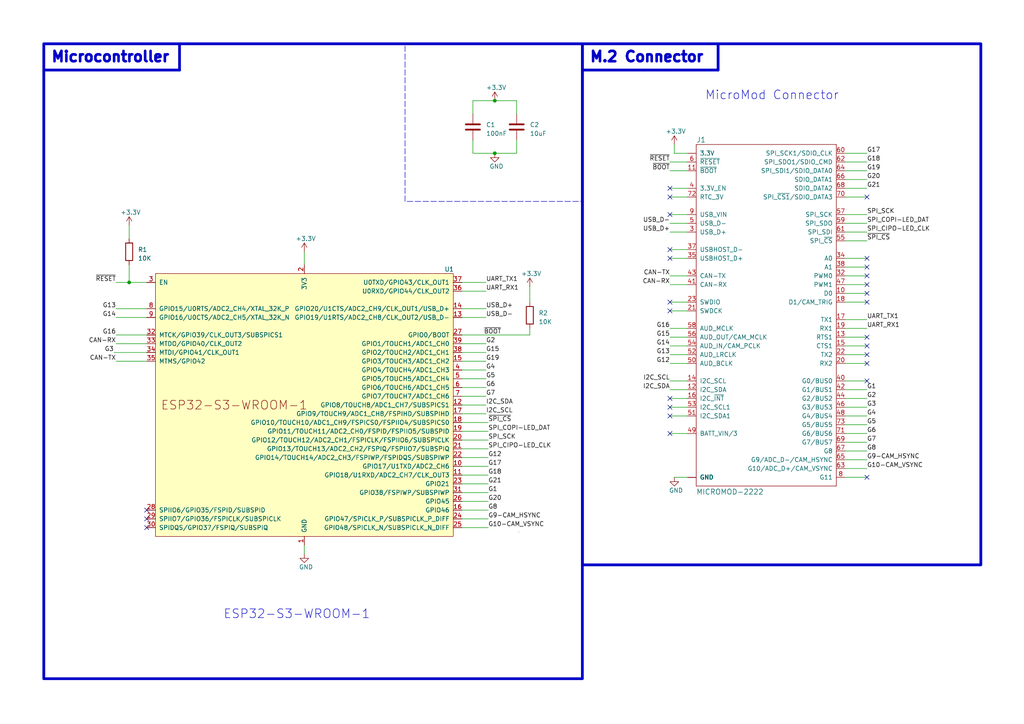
<source format=kicad_sch>
(kicad_sch (version 20230121) (generator eeschema)
  (paper "A4")
  (lib_symbols
    (symbol "Device:C" (pin_numbers hide) (pin_names (offset 0.254))
      (property "Reference" "C" (at 0.635 2.54 0))
      (property "Value" "C" (at 0.635 -2.54 0))
      (symbol "C_0_1"
        (polyline (pts (xy -2.032 -0.762) (xy 2.032 -0.762)) (stroke (width 0.508)))
        (polyline (pts (xy -2.032 0.762) (xy 2.032 0.762)) (stroke (width 0.508)))
      )
      (symbol "C_1_1"
        (pin passive line (at 0 3.81 270) (length 2.794) (name "~") (number "1"))
        (pin passive line (at 0 -3.81 90) (length 2.794) (name "~") (number "2"))
      )
    )
    (symbol "Device:R" (pin_numbers hide) (pin_names (offset 0))
      (property "Reference" "R" (at 2.032 0 90))
      (property "Value" "R" (at 0 0 90))
      (symbol "R_0_1"
        (rectangle (start -1.016 -2.54) (end 1.016 2.54) (stroke (width 0.254)))
      )
      (symbol "R_1_1"
        (pin passive line (at 0 3.81 270) (length 1.27) (name "~") (number "1"))
        (pin passive line (at 0 -3.81 90) (length 1.27) (name "~") (number "2"))
      )
    )
    (symbol "MicroMod_Processor_Board_(2):MICROMOD-2222" (pin_names (offset 1.016))
      (property "Reference" "J" (at -20.32 53.848 0))
      (property "Value" "MICROMOD-2222" (at -20.32 -48.26 0))
      (symbol "MICROMOD-2222_1_0"
        (polyline (pts (xy -20.32 -45.72) (xy -20.32 53.34)))
        (polyline (pts (xy -20.32 53.34) (xy 20.32 53.34)))
        (polyline (pts (xy 20.32 -45.72) (xy -20.32 -45.72)))
        (polyline (pts (xy 20.32 53.34) (xy 20.32 -45.72)))
        (pin bidirectional line (at -22.86 -43.18 0) (length 2.54) (name "GND") (number "1"))
        (pin bidirectional line (at 22.86 10.16 180) (length 2.54) (name "D0") (number "10"))
        (pin bidirectional line (at -22.86 45.72 0) (length 2.54) (name "~{BOOT}") (number "11"))
        (pin bidirectional line (at -22.86 -17.78 0) (length 2.54) (name "I2C_SDA") (number "12"))
        (pin bidirectional line (at 22.86 -2.54 180) (length 2.54) (name "RTS1") (number "13"))
        (pin bidirectional line (at -22.86 -15.24 0) (length 2.54) (name "I2C_SCL") (number "14"))
        (pin bidirectional line (at 22.86 -5.08 180) (length 2.54) (name "CTS1") (number "15"))
        (pin bidirectional line (at -22.86 -20.32 0) (length 2.54) (name "I2C_~{INT}") (number "16"))
        (pin bidirectional line (at 22.86 2.54 180) (length 2.54) (name "TX1") (number "17"))
        (pin bidirectional line (at 22.86 7.62 180) (length 2.54) (name "D1/CAM_TRIG") (number "18"))
        (pin bidirectional line (at 22.86 0 180) (length 2.54) (name "RX1") (number "19"))
        (pin bidirectional line (at -22.86 50.8 0) (length 2.54) (name "3.3V") (number "2"))
        (pin bidirectional line (at 22.86 -10.16 180) (length 2.54) (name "RX2") (number "20"))
        (pin bidirectional line (at -22.86 5.08 0) (length 2.54) (name "SWDCK") (number "21"))
        (pin bidirectional line (at 22.86 -7.62 180) (length 2.54) (name "TX2") (number "22"))
        (pin bidirectional line (at -22.86 7.62 0) (length 2.54) (name "SWDIO") (number "23"))
        (pin bidirectional line (at -22.86 27.94 0) (length 2.54) (name "USB_D+") (number "3"))
        (pin bidirectional line (at 22.86 15.24 180) (length 2.54) (name "PWM0") (number "32"))
        (pin bidirectional line (at -22.86 -43.18 0) (length 2.54) (name "GND") (number "33"))
        (pin bidirectional line (at 22.86 20.32 180) (length 2.54) (name "A0") (number "34"))
        (pin bidirectional line (at -22.86 20.32 0) (length 2.54) (name "USBHOST_D+") (number "35"))
        (pin bidirectional line (at -22.86 -43.18 0) (length 2.54) (name "GND") (number "36"))
        (pin bidirectional line (at -22.86 22.86 0) (length 2.54) (name "USBHOST_D-") (number "37"))
        (pin bidirectional line (at 22.86 17.78 180) (length 2.54) (name "A1") (number "38"))
        (pin bidirectional line (at -22.86 -43.18 0) (length 2.54) (name "GND") (number "39"))
        (pin bidirectional line (at -22.86 40.64 0) (length 2.54) (name "3.3V_EN") (number "4"))
        (pin bidirectional line (at 22.86 -15.24 180) (length 2.54) (name "G0/BUS0") (number "40"))
        (pin bidirectional line (at -22.86 12.7 0) (length 2.54) (name "CAN-RX") (number "41"))
        (pin bidirectional line (at 22.86 -17.78 180) (length 2.54) (name "G1/BUS1") (number "42"))
        (pin bidirectional line (at -22.86 15.24 0) (length 2.54) (name "CAN-TX") (number "43"))
        (pin bidirectional line (at 22.86 -20.32 180) (length 2.54) (name "G2/BUS2") (number "44"))
        (pin bidirectional line (at -22.86 -43.18 0) (length 2.54) (name "GND") (number "45"))
        (pin bidirectional line (at 22.86 -22.86 180) (length 2.54) (name "G3/BUS3") (number "46"))
        (pin bidirectional line (at 22.86 12.7 180) (length 2.54) (name "PWM1") (number "47"))
        (pin bidirectional line (at 22.86 -25.4 180) (length 2.54) (name "G4/BUS4") (number "48"))
        (pin bidirectional line (at -22.86 -30.48 0) (length 2.54) (name "BATT_VIN/3") (number "49"))
        (pin bidirectional line (at -22.86 30.48 0) (length 2.54) (name "USB_D-") (number "5"))
        (pin bidirectional line (at -22.86 -10.16 0) (length 2.54) (name "AUD_BCLK") (number "50"))
        (pin bidirectional line (at -22.86 -25.4 0) (length 2.54) (name "I2C_SDA1") (number "51"))
        (pin bidirectional line (at -22.86 -7.62 0) (length 2.54) (name "AUD_LRCLK") (number "52"))
        (pin bidirectional line (at -22.86 -22.86 0) (length 2.54) (name "I2C_SCL1") (number "53"))
        (pin bidirectional line (at -22.86 -5.08 0) (length 2.54) (name "AUD_IN/CAM_PCLK") (number "54"))
        (pin bidirectional line (at 22.86 25.4 180) (length 2.54) (name "SPI_~{CS}") (number "55"))
        (pin bidirectional line (at -22.86 -2.54 0) (length 2.54) (name "AUD_OUT/CAM_MCLK") (number "56"))
        (pin bidirectional line (at 22.86 33.02 180) (length 2.54) (name "SPI_SCK") (number "57"))
        (pin bidirectional line (at -22.86 0 0) (length 2.54) (name "AUD_MCLK") (number "58"))
        (pin bidirectional line (at 22.86 30.48 180) (length 2.54) (name "SPI_SDO") (number "59"))
        (pin bidirectional line (at -22.86 48.26 0) (length 2.54) (name "~{RESET}") (number "6"))
        (pin bidirectional line (at 22.86 50.8 180) (length 2.54) (name "SPI_SCK1/SDIO_CLK") (number "60"))
        (pin bidirectional line (at 22.86 27.94 180) (length 2.54) (name "SPI_SDI") (number "61"))
        (pin bidirectional line (at 22.86 48.26 180) (length 2.54) (name "SPI_SDO1/SDIO_CMD") (number "62"))
        (pin bidirectional line (at 22.86 -40.64 180) (length 2.54) (name "G10/ADC_D+/CAM_VSYNC") (number "63"))
        (pin bidirectional line (at 22.86 45.72 180) (length 2.54) (name "SPI_SDI1/SDIO_DATA0") (number "64"))
        (pin bidirectional line (at 22.86 -38.1 180) (length 2.54) (name "G9/ADC_D-/CAM_HSYNC") (number "65"))
        (pin bidirectional line (at 22.86 43.18 180) (length 2.54) (name "SDIO_DATA1") (number "66"))
        (pin bidirectional line (at 22.86 -35.56 180) (length 2.54) (name "G8") (number "67"))
        (pin bidirectional line (at 22.86 40.64 180) (length 2.54) (name "SDIO_DATA2") (number "68"))
        (pin bidirectional line (at 22.86 -33.02 180) (length 2.54) (name "G7/BUS7") (number "69"))
        (pin bidirectional line (at -22.86 -43.18 0) (length 2.54) (name "GND") (number "7"))
        (pin bidirectional line (at 22.86 38.1 180) (length 2.54) (name "SPI_~{CS1}/SDIO_DATA3") (number "70"))
        (pin bidirectional line (at 22.86 -30.48 180) (length 2.54) (name "G6/BUS6") (number "71"))
        (pin bidirectional line (at -22.86 38.1 0) (length 2.54) (name "RTC_3V") (number "72"))
        (pin bidirectional line (at 22.86 -27.94 180) (length 2.54) (name "G5/BUS5") (number "73"))
        (pin bidirectional line (at -22.86 50.8 0) (length 2.54) (name "3.3V") (number "74"))
        (pin bidirectional line (at -22.86 -43.18 0) (length 2.54) (name "GND") (number "75"))
        (pin bidirectional line (at 22.86 -43.18 180) (length 2.54) (name "G11") (number "8"))
        (pin bidirectional line (at -22.86 33.02 0) (length 2.54) (name "USB_VIN") (number "9"))
        (pin bidirectional line (at -22.86 -43.18 0) (length 2.54) (name "GND") (number "GND1"))
        (pin bidirectional line (at -22.86 -43.18 0) (length 2.54) (name "GND") (number "GND2"))
        (pin bidirectional line (at -22.86 -43.18 0) (length 2.54) (name "GND") (number "GND3"))
      )
    )
    (symbol "PCM_Espressif:ESP32-S3-WROOM-1" (pin_names (offset 1.016))
      (property "Reference" "U" (at -43.18 43.18 0))
      (property "Value" "ESP32-S3-WROOM-1" (at -43.18 40.64 0))
      (symbol "ESP32-S3-WROOM-1_0_0"
        (text "ESP32-S3-WROOM-1" (at -20.32 0 0) (effects (font (size 2.54 2.54))))
        (pin power_in line (at 0 -40.64 90) (length 2.54) (name "GND") (number "1"))
        (pin bidirectional line (at 45.72 -17.78 180) (length 2.54) (name "GPIO17/U1TXD/ADC2_CH6") (number "10"))
        (pin bidirectional line (at 45.72 -20.32 180) (length 2.54) (name "GPIO18/U1RXD/ADC2_CH7/CLK_OUT3") (number "11"))
        (pin bidirectional line (at 45.72 0 180) (length 2.54) (name "GPIO8/TOUCH8/ADC1_CH7/SUBSPICS1") (number "12"))
        (pin bidirectional line (at 45.72 25.4 180) (length 2.54) (name "GPIO19/U1RTS/ADC2_CH8/CLK_OUT2/USB_D-") (number "13"))
        (pin bidirectional line (at 45.72 27.94 180) (length 2.54) (name "GPIO20/U1CTS/ADC2_CH9/CLK_OUT1/USB_D+") (number "14"))
        (pin bidirectional line (at 45.72 12.7 180) (length 2.54) (name "GPIO3/TOUCH3/ADC1_CH2") (number "15"))
        (pin bidirectional line (at 45.72 -30.48 180) (length 2.54) (name "GPIO46") (number "16"))
        (pin bidirectional line (at 45.72 -2.54 180) (length 2.54) (name "GPIO9/TOUCH9/ADC1_CH8/FSPIHD/SUBSPIHD") (number "17"))
        (pin bidirectional line (at 45.72 -5.08 180) (length 2.54) (name "GPIO10/TOUCH10/ADC1_CH9/FSPICS0/FSPIIO4/SUBSPICS0") (number "18"))
        (pin bidirectional line (at 45.72 -7.62 180) (length 2.54) (name "GPIO11/TOUCH11/ADC2_CH0/FSPID/FSPIIO5/SUBSPID") (number "19"))
        (pin power_in line (at 0 40.64 270) (length 2.54) (name "3V3") (number "2"))
        (pin bidirectional line (at 45.72 -10.16 180) (length 2.54) (name "GPIO12/TOUCH12/ADC2_CH1/FSPICLK/FSPIIO6/SUBSPICLK") (number "20"))
        (pin bidirectional line (at 45.72 -12.7 180) (length 2.54) (name "GPIO13/TOUCH13/ADC2_CH2/FSPIQ/FSPIIO7/SUBSPIQ") (number "21"))
        (pin bidirectional line (at 45.72 -15.24 180) (length 2.54) (name "GPIO14/TOUCH14/ADC2_CH3/FSPIWP/FSPIDQS/SUBSPIWP") (number "22"))
        (pin bidirectional line (at 45.72 -22.86 180) (length 2.54) (name "GPIO21") (number "23"))
        (pin bidirectional line (at 45.72 -33.02 180) (length 2.54) (name "GPIO47/SPICLK_P/SUBSPICLK_P_DIFF") (number "24"))
        (pin bidirectional line (at 45.72 -35.56 180) (length 2.54) (name "GPIO48/SPICLK_N/SUBSPICLK_N_DIFF") (number "25"))
        (pin bidirectional line (at 45.72 -27.94 180) (length 2.54) (name "GPIO45") (number "26"))
        (pin bidirectional line (at 45.72 20.32 180) (length 2.54) (name "GPIO0/BOOT") (number "27"))
        (pin bidirectional line (at -45.72 -30.48 0) (length 2.54) (name "SPIIO6/GPIO35/FSPID/SUBSPID") (number "28"))
        (pin bidirectional line (at -45.72 -33.02 0) (length 2.54) (name "SPIIO7/GPIO36/FSPICLK/SUBSPICLK") (number "29"))
        (pin input line (at -45.72 35.56 0) (length 2.54) (name "EN") (number "3"))
        (pin bidirectional line (at -45.72 -35.56 0) (length 2.54) (name "SPIDQS/GPIO37/FSPIQ/SUBSPIQ") (number "30"))
        (pin bidirectional line (at 45.72 -25.4 180) (length 2.54) (name "GPIO38/FSPIWP/SUBSPIWP") (number "31"))
        (pin bidirectional line (at -45.72 20.32 0) (length 2.54) (name "MTCK/GPIO39/CLK_OUT3/SUBSPICS1") (number "32"))
        (pin bidirectional line (at -45.72 17.78 0) (length 2.54) (name "MTDO/GPIO40/CLK_OUT2") (number "33"))
        (pin bidirectional line (at -45.72 15.24 0) (length 2.54) (name "MTDI/GPIO41/CLK_OUT1") (number "34"))
        (pin bidirectional line (at -45.72 12.7 0) (length 2.54) (name "MTMS/GPIO42") (number "35"))
        (pin bidirectional line (at 45.72 33.02 180) (length 2.54) (name "U0RXD/GPIO44/CLK_OUT2") (number "36"))
        (pin bidirectional line (at 45.72 35.56 180) (length 2.54) (name "U0TXD/GPIO43/CLK_OUT1") (number "37"))
        (pin bidirectional line (at 45.72 15.24 180) (length 2.54) (name "GPIO2/TOUCH2/ADC1_CH1") (number "38"))
        (pin bidirectional line (at 45.72 17.78 180) (length 2.54) (name "GPIO1/TOUCH1/ADC1_CH0") (number "39"))
        (pin bidirectional line (at 45.72 10.16 180) (length 2.54) (name "GPIO4/TOUCH4/ADC1_CH3") (number "4"))
        (pin passive line (at 0 -40.64 90) (length 2.54) hide (name "GND") (number "40"))
        (pin passive line (at 0 -40.64 90) (length 2.54) hide (name "GND") (number "41"))
        (pin bidirectional line (at 45.72 7.62 180) (length 2.54) (name "GPIO5/TOUCH5/ADC1_CH4") (number "5"))
        (pin bidirectional line (at 45.72 5.08 180) (length 2.54) (name "GPIO6/TOUCH6/ADC1_CH5") (number "6"))
        (pin bidirectional line (at 45.72 2.54 180) (length 2.54) (name "GPIO7/TOUCH7/ADC1_CH6") (number "7"))
        (pin bidirectional line (at -45.72 27.94 0) (length 2.54) (name "GPIO15/U0RTS/ADC2_CH4/XTAL_32K_P") (number "8"))
        (pin bidirectional line (at -45.72 25.4 0) (length 2.54) (name "GPIO16/U0CTS/ADC2_CH5/XTAL_32K_N") (number "9"))
      )
      (symbol "ESP32-S3-WROOM-1_0_1"
        (rectangle (start -43.18 38.1) (end 43.18 -38.1) (fill (type background)))
      )
    )
    (symbol "power:+3.3V" (power) (pin_names (offset 0))
      (property "Value" "+3.3V" (at 0 3.556 0))
      (symbol "+3.3V_0_1"
        (polyline (pts (xy -0.762 1.27) (xy 0 2.54)))
        (polyline (pts (xy 0 0) (xy 0 2.54)))
        (polyline (pts (xy 0 2.54) (xy 0.762 1.27)))
      )
      (symbol "+3.3V_1_1"
        (pin power_in line (at 0 0 90) (length 0) hide (name "+3.3V") (number "1"))
      )
    )
    (symbol "power:GND" (power) (pin_names (offset 0))
      (property "Value" "GND" (at 0 -3.81 0))
      (symbol "GND_0_1"
        (polyline (pts (xy 0 0) (xy 0 -1.27) (xy 1.27 -1.27) (xy 0 -2.54) (xy -1.27 -1.27) (xy 0 -1.27)))
      )
      (symbol "GND_1_1"
        (pin power_in line (at 0 0 270) (length 0) hide (name "GND") (number "1"))
      )
    )
  )
  (junction (at 143.51 29.21))
  (junction (at 143.51 44.45))
  (junction (at 37.465 81.915))
  (no_connect (at 251.46 85.09))
  (no_connect (at 251.46 77.47))
  (no_connect (at 251.46 97.79))
  (no_connect (at 194.31 118.11))
  (no_connect (at 194.31 57.15))
  (no_connect (at 194.31 72.39))
  (no_connect (at 194.31 87.63))
  (no_connect (at 194.31 54.61))
  (no_connect (at 42.545 147.955))
  (no_connect (at 194.31 115.57))
  (no_connect (at 194.31 62.23))
  (no_connect (at 42.545 153.035))
  (no_connect (at 251.46 138.43))
  (no_connect (at 251.46 80.01))
  (no_connect (at 251.46 110.49))
  (no_connect (at 251.46 87.63))
  (no_connect (at 251.46 105.41))
  (no_connect (at 251.46 102.87))
  (no_connect (at 194.31 120.65))
  (no_connect (at 194.31 90.17))
  (no_connect (at 194.31 74.93))
  (no_connect (at 42.545 150.495))
  (no_connect (at 251.46 57.15))
  (no_connect (at 251.46 74.93))
  (no_connect (at 251.46 100.33))
  (no_connect (at 194.31 125.73))
  (no_connect (at 251.46 82.55))
  (wire (pts (xy 251.46 57.15) (xy 245.11 57.15)))
  (wire (pts (xy 251.46 97.79) (xy 245.11 97.79)))
  (wire (pts (xy 194.31 105.41) (xy 199.39 105.41)))
  (wire (pts (xy 195.58 44.45) (xy 199.39 44.45)))
  (wire (pts (xy 133.985 81.915) (xy 140.97 81.915)))
  (wire (pts (xy 133.985 122.555) (xy 141.605 122.555)))
  (wire (pts (xy 149.86 33.02) (xy 149.86 29.21)))
  (wire (pts (xy 133.985 102.235) (xy 140.97 102.235)))
  (wire (pts (xy 251.46 115.57) (xy 245.11 115.57)))
  (wire (pts (xy 251.46 52.07) (xy 245.11 52.07)))
  (wire (pts (xy 194.31 72.39) (xy 199.39 72.39)))
  (wire (pts (xy 251.46 123.19) (xy 245.11 123.19)))
  (wire (pts (xy 33.655 92.075) (xy 42.545 92.075)))
  (wire (pts (xy 194.31 125.73) (xy 199.39 125.73)))
  (wire (pts (xy 37.465 76.835) (xy 37.465 81.915)))
  (wire (pts (xy 133.985 104.775) (xy 140.97 104.775)))
  (wire (pts (xy 33.02 102.235) (xy 42.545 102.235)))
  (wire (pts (xy 149.86 40.64) (xy 149.86 44.45)))
  (polyline (pts (xy 168.91 20.32) (xy 208.28 20.32)) (stroke (width 0.8) (type solid)))
  (wire (pts (xy 251.46 46.99) (xy 245.11 46.99)))
  (wire (pts (xy 194.31 74.93) (xy 199.39 74.93)))
  (wire (pts (xy 133.985 109.855) (xy 140.97 109.855)))
  (wire (pts (xy 251.46 113.03) (xy 245.11 113.03)))
  (wire (pts (xy 88.265 158.115) (xy 88.265 160.655)))
  (wire (pts (xy 37.465 65.405) (xy 37.465 69.215)))
  (wire (pts (xy 194.31 82.55) (xy 199.39 82.55)))
  (wire (pts (xy 251.46 54.61) (xy 245.11 54.61)))
  (wire (pts (xy 194.31 90.17) (xy 199.39 90.17)))
  (wire (pts (xy 251.46 49.53) (xy 245.11 49.53)))
  (wire (pts (xy 194.31 102.87) (xy 199.39 102.87)))
  (wire (pts (xy 133.985 112.395) (xy 140.97 112.395)))
  (wire (pts (xy 251.46 87.63) (xy 245.11 87.63)))
  (wire (pts (xy 194.31 113.03) (xy 199.39 113.03)))
  (wire (pts (xy 251.46 69.85) (xy 245.11 69.85)))
  (wire (pts (xy 33.655 104.775) (xy 42.545 104.775)))
  (wire (pts (xy 251.46 82.55) (xy 245.11 82.55)))
  (wire (pts (xy 251.46 44.45) (xy 245.11 44.45)))
  (wire (pts (xy 149.86 29.21) (xy 143.51 29.21)))
  (wire (pts (xy 195.58 41.91) (xy 195.58 44.45)))
  (wire (pts (xy 149.86 44.45) (xy 143.51 44.45)))
  (wire (pts (xy 251.46 105.41) (xy 245.11 105.41)))
  (wire (pts (xy 251.46 130.81) (xy 245.11 130.81)))
  (wire (pts (xy 88.265 73.025) (xy 88.265 76.835)))
  (wire (pts (xy 194.31 62.23) (xy 199.39 62.23)))
  (wire (pts (xy 133.985 147.955) (xy 141.605 147.955)))
  (wire (pts (xy 194.31 67.31) (xy 199.39 67.31)))
  (wire (pts (xy 194.31 87.63) (xy 199.39 87.63)))
  (wire (pts (xy 137.16 40.64) (xy 137.16 44.45)))
  (wire (pts (xy 133.985 114.935) (xy 140.97 114.935)))
  (wire (pts (xy 153.67 83.185) (xy 153.67 87.63)))
  (wire (pts (xy 133.985 97.155) (xy 153.67 97.155)))
  (wire (pts (xy 194.31 80.01) (xy 199.39 80.01)))
  (wire (pts (xy 194.31 49.53) (xy 199.39 49.53)))
  (wire (pts (xy 195.58 138.43) (xy 199.39 138.43)))
  (wire (pts (xy 194.31 46.99) (xy 199.39 46.99)))
  (wire (pts (xy 251.46 128.27) (xy 245.11 128.27)))
  (wire (pts (xy 33.655 99.695) (xy 42.545 99.695)))
  (wire (pts (xy 251.46 138.43) (xy 245.11 138.43)))
  (wire (pts (xy 194.31 118.11) (xy 199.39 118.11)))
  (wire (pts (xy 133.985 99.695) (xy 140.97 99.695)))
  (wire (pts (xy 137.16 29.21) (xy 143.51 29.21)))
  (polyline (pts (xy 52.07 20.32) (xy 52.07 12.7)) (stroke (width 0.8) (type solid)))
  (wire (pts (xy 133.985 117.475) (xy 140.97 117.475)))
  (wire (pts (xy 251.46 110.49) (xy 245.11 110.49)))
  (wire (pts (xy 251.46 74.93) (xy 245.11 74.93)))
  (wire (pts (xy 133.985 140.335) (xy 141.605 140.335)))
  (wire (pts (xy 251.46 125.73) (xy 245.11 125.73)))
  (wire (pts (xy 251.46 120.65) (xy 245.11 120.65)))
  (wire (pts (xy 194.31 64.77) (xy 199.39 64.77)))
  (wire (pts (xy 133.985 135.255) (xy 141.605 135.255)))
  (wire (pts (xy 194.31 97.79) (xy 199.39 97.79)))
  (wire (pts (xy 194.31 100.33) (xy 199.39 100.33)))
  (wire (pts (xy 251.46 85.09) (xy 245.11 85.09)))
  (wire (pts (xy 137.16 44.45) (xy 143.51 44.45)))
  (wire (pts (xy 133.985 125.095) (xy 141.605 125.095)))
  (wire (pts (xy 37.465 81.915) (xy 42.545 81.915)))
  (wire (pts (xy 194.31 95.25) (xy 199.39 95.25)))
  (wire (pts (xy 251.46 135.89) (xy 245.11 135.89)))
  (wire (pts (xy 194.31 57.15) (xy 199.39 57.15)))
  (wire (pts (xy 251.46 100.33) (xy 245.11 100.33)))
  (wire (pts (xy 251.46 92.71) (xy 245.11 92.71)))
  (wire (pts (xy 194.31 110.49) (xy 199.39 110.49)))
  (wire (pts (xy 153.67 95.25) (xy 153.67 97.155)))
  (wire (pts (xy 251.46 102.87) (xy 245.11 102.87)))
  (wire (pts (xy 133.985 132.715) (xy 141.605 132.715)))
  (wire (pts (xy 33.655 81.915) (xy 37.465 81.915)))
  (wire (pts (xy 133.985 120.015) (xy 140.97 120.015)))
  (wire (pts (xy 137.16 33.02) (xy 137.16 29.21)))
  (wire (pts (xy 194.31 120.65) (xy 199.39 120.65)))
  (wire (pts (xy 251.46 67.31) (xy 245.11 67.31)))
  (wire (pts (xy 251.46 80.01) (xy 245.11 80.01)))
  (wire (pts (xy 133.985 107.315) (xy 140.97 107.315)))
  (wire (pts (xy 251.46 77.47) (xy 245.11 77.47)))
  (wire (pts (xy 133.985 84.455) (xy 140.97 84.455)))
  (wire (pts (xy 194.31 115.57) (xy 199.39 115.57)))
  (polyline (pts (xy 208.28 20.32) (xy 208.28 12.7)) (stroke (width 0.8) (type solid)))
  (wire (pts (xy 251.46 64.77) (xy 245.11 64.77)))
  (wire (pts (xy 251.46 118.11) (xy 245.11 118.11)))
  (wire (pts (xy 133.985 145.415) (xy 141.605 145.415)))
  (wire (pts (xy 133.985 142.875) (xy 141.605 142.875)))
  (wire (pts (xy 194.31 54.61) (xy 199.39 54.61)))
  (wire (pts (xy 33.655 97.155) (xy 42.545 97.155)))
  (wire (pts (xy 133.985 137.795) (xy 141.605 137.795)))
  (wire (pts (xy 251.46 95.25) (xy 245.11 95.25)))
  (wire (pts (xy 133.985 92.075) (xy 140.97 92.075)))
  (wire (pts (xy 251.46 62.23) (xy 245.11 62.23)))
  (wire (pts (xy 133.985 153.035) (xy 141.605 153.035)))
  (wire (pts (xy 133.985 89.535) (xy 140.97 89.535)))
  (wire (pts (xy 133.985 150.495) (xy 141.605 150.495)))
  (wire (pts (xy 33.655 89.535) (xy 42.545 89.535)))
  (wire (pts (xy 133.985 127.635) (xy 141.605 127.635)))
  (wire (pts (xy 133.985 130.175) (xy 141.605 130.175)))
  (wire (pts (xy 251.46 133.35) (xy 245.11 133.35)))
  (polyline (pts (xy 12.7 20.32) (xy 52.07 20.32)) (stroke (width 0.8) (type solid)))
  (rectangle (start 12.7 12.7) (end 168.91 196.85) (stroke (width 0.8)))
  (rectangle (start 150.495 154.305) (end 150.495 154.305))
  (rectangle (start 168.91 12.7) (end 284.48 163.83) (stroke (width 0.8)))
  (rectangle (start 117.475 12.7) (end 168.91 58.42) (stroke (width 0) (type dash)))
  (text "Microcontroller" (at 14.605 18.415 0) (effects (font (size 3 3) (thickness 1) bold) (justify left bottom)))
  (text "ESP32-S3-WROOM-1\n" (at 64.77 179.705 0) (effects (font (size 2.54 2.54)) (justify left bottom)))
  (text "MicroMod Connector" (at 204.47 29.21 0) (effects (font (size 2.54 2.54)) (justify left bottom)))
  (text "M.2 Connector\n" (at 170.815 18.415 0) (effects (font (size 3 3) (thickness 1) bold) (justify left bottom)))
  (label "USB_D-" (at 140.97 92.075 0))
  (label "G10-CAM_VSYNC" (at 251.46 135.89 0))
  (label "G8" (at 251.46 130.81 0))
  (label "G13" (at 33.655 89.535 180))
  (label "G21" (at 251.46 54.61 0))
  (label "G7" (at 251.46 128.27 0))
  (label "CAN-TX" (at 33.655 104.775 180))
  (label "G12" (at 194.31 105.41 180))
  (label "G2" (at 251.46 115.57 0))
  (label "G9-CAM_HSYNC" (at 141.605 150.495 0))
  (label "I2C_SCL" (at 194.31 110.49 180))
  (label "G15" (at 194.31 97.79 180))
  (label "G5" (at 251.46 123.19 0))
  (label "UART_TX1" (at 140.97 81.915 0))
  (label "USB_D+" (at 140.97 89.535 0))
  (label "G7" (at 140.97 114.935 0))
  (label "G4" (at 251.46 120.65 0))
  (label "G14" (at 194.31 100.33 180))
  (label "G8" (at 141.605 147.955 0))
  (label "G9-CAM_HSYNC" (at 251.46 133.35 0))
  (label "~{BOOT}" (at 145.415 97.155 180))
  (label "G17" (at 251.46 44.45 0))
  (label "UART_TX1" (at 251.46 92.71 0))
  (label "SPI_COPI-LED_DAT" (at 141.605 125.095 0))
  (label "SPI_CIPO-LED_CLK" (at 251.46 67.31 0))
  (label "G16" (at 194.31 95.25 180))
  (label "G21" (at 141.605 140.335 0))
  (label "G15" (at 140.97 102.235 0))
  (label "G18" (at 141.605 137.795 0))
  (label "G20" (at 251.46 52.07 0))
  (label "G10-CAM_VSYNC" (at 141.605 153.035 0))
  (label "G20" (at 141.605 145.415 0))
  (label "SPI_CIPO-LED_CLK" (at 141.605 130.175 0))
  (label "G19" (at 140.97 104.775 0))
  (label "SPI_COPI-LED_DAT" (at 251.46 64.77 0))
  (label "G1" (at 141.605 142.875 0))
  (label "G13" (at 194.31 102.87 180))
  (label "UART_RX1" (at 251.46 95.25 0))
  (label "~{BOOT}" (at 194.31 49.53 180))
  (label "G19" (at 251.46 49.53 0))
  (label "G18" (at 251.46 46.99 0))
  (label "G14" (at 33.655 92.075 180))
  (label "~{RESET}" (at 33.655 81.915 180))
  (label "I2C_SDA" (at 140.97 117.475 0))
  (label "G3" (at 251.46 118.11 0))
  (label "USB_D+" (at 194.31 67.31 180))
  (label "CAN-TX" (at 194.31 80.01 180))
  (label "~{SPI_CS}" (at 251.46 69.85 0))
  (label "USB_D-" (at 194.31 64.77 180))
  (label "SPI_SCK" (at 251.46 62.23 0))
  (label "G16" (at 33.655 97.155 180))
  (label "CAN-RX" (at 33.655 99.695 180))
  (label "I2C_SCL" (at 140.97 120.015 0))
  (label "G2" (at 140.97 99.695 0))
  (label "G6" (at 140.97 112.395 0))
  (label "UART_RX1" (at 140.97 84.455 0))
  (label "G17" (at 141.605 135.255 0))
  (label "CAN-RX" (at 194.31 82.55 180))
  (label "G3" (at 33.02 102.235 180))
  (label "I2C_SDA" (at 194.31 113.03 180))
  (label "SPI_SCK" (at 141.605 127.635 0))
  (label "G4" (at 140.97 107.315 0))
  (label "~{RESET}" (at 194.31 46.99 180))
  (label "~{SPI_CS}" (at 141.605 122.555 0))
  (label "G5" (at 140.97 109.855 0))
  (label "G6" (at 251.46 125.73 0))
  (label "G12" (at 141.605 132.715 0))
  (label "G1" (at 251.46 113.03 0))
  (symbol (lib_id "MicroMod_Processor_Board_(2):MICROMOD-2222") (at 222.25 95.25 0) (unit 1)
    (property "Reference" "J1" (at 201.93 41.402 0) (effects (font (size 1.4986 1.4986)) (justify left bottom)))
    (property "Value" "MICROMOD-2222" (at 201.93 143.51 0) (effects (font (size 1.4986 1.4986)) (justify left bottom)))
    (property "Footprint" "SparkFun_MicroMod_ESP32:M.2-CARD-E-22" (effects hide))
  )
  (symbol (lib_id "power:+3.3V") (at 195.58 41.91 0) (unit 1)
    (property "Reference" "#PWR0101" (effects hide))
    (property "Value" "+3.3V" (at 193.04 38.1 0) (effects (justify left)))
  )
  (symbol (lib_id "power:GND") (at 195.58 138.43 0) (unit 1)
    (property "Reference" "#PWR0102" (effects hide))
    (property "Value" "GND" (at 198.12 142.24 0) (effects (justify right)))
  )
  (symbol (lib_id "power:GND") (at 88.265 160.655 0) (unit 1)
    (property "Reference" "#PWR04" (effects hide))
    (property "Value" "GND" (at 90.805 164.465 0) (effects (justify right)))
  )
  (symbol (lib_id "power:+3.3V") (at 153.67 83.185 0) (unit 1)
    (property "Reference" "#PWR03" (effects hide))
    (property "Value" "+3.3V" (at 151.13 79.375 0) (effects (justify left)))
  )
  (symbol (lib_id "Device:R") (at 37.465 73.025 0) (unit 1)
    (property "Reference" "R1" (at 40.005 72.39 0) (effects (justify left)))
    (property "Value" "10K" (at 40.005 74.93 0) (effects (justify left)))
    (property "Footprint" "PCM_Resistor_SMD_AKL:R_0805_2012Metric_Pad1.15x1.40mm_HandSolder" (effects hide))
  )
  (symbol (lib_id "Device:C") (at 149.86 36.83 0) (unit 1)
    (property "Reference" "C2" (at 153.67 36.195 0) (effects (justify left)))
    (property "Value" "10uF" (at 153.67 38.735 0) (effects (justify left)))
    (property "Footprint" "Capacitor_SMD:C_0805_2012Metric_Pad1.18x1.45mm_HandSolder" (effects hide))
  )
  (symbol (lib_id "power:+3.3V") (at 88.265 73.025 0) (unit 1)
    (property "Reference" "#PWR06" (effects hide))
    (property "Value" "+3.3V" (at 85.725 69.215 0) (effects (justify left)))
  )
  (symbol (lib_id "PCM_Espressif:ESP32-S3-WROOM-1") (at 88.265 117.475 0) (unit 1)
    (property "Reference" "U1" (at 128.905 78.105 0) (effects (justify left)))
    (property "Value" "ESP32-S3-WROOM-1" (effects hide))
    (property "Footprint" "PCM_Espressif:ESP32-S3-WROOM-1" (effects hide))
    (property "Datasheet" "https://www.espressif.com/sites/default/files/documentation/esp32-s3-wroom-1_wroom-1u_datasheet_en.pdf" (effects hide))
  )
  (symbol (lib_id "power:GND") (at 143.51 44.45 0) (unit 1)
    (property "Reference" "#PWR05" (effects hide))
    (property "Value" "GND" (at 146.05 48.26 0) (effects (justify right)))
  )
  (symbol (lib_id "Device:C") (at 137.16 36.83 0) (unit 1)
    (property "Reference" "C1" (at 140.97 36.195 0) (effects (justify left)))
    (property "Value" "100nF" (at 140.97 38.735 0) (effects (justify left)))
    (property "Footprint" "Capacitor_SMD:C_0805_2012Metric_Pad1.18x1.45mm_HandSolder" (effects hide))
  )
  (symbol (lib_id "Device:R") (at 153.67 91.44 0) (unit 1)
    (property "Reference" "R2" (at 156.21 90.805 0) (effects (justify left)))
    (property "Value" "10K" (at 156.21 93.345 0) (effects (justify left)))
    (property "Footprint" "PCM_Resistor_SMD_AKL:R_0805_2012Metric_Pad1.15x1.40mm_HandSolder" (effects hide))
  )
  (symbol (lib_id "power:+3.3V") (at 143.51 29.21 0) (unit 1)
    (property "Reference" "#PWR02" (effects hide))
    (property "Value" "+3.3V" (at 140.97 25.4 0) (effects (justify left)))
  )
  (symbol (lib_id "power:+3.3V") (at 37.465 65.405 0) (unit 1)
    (property "Reference" "#PWR01" (effects hide))
    (property "Value" "+3.3V" (at 34.925 61.595 0) (effects (justify left)))
  )
)
</source>
